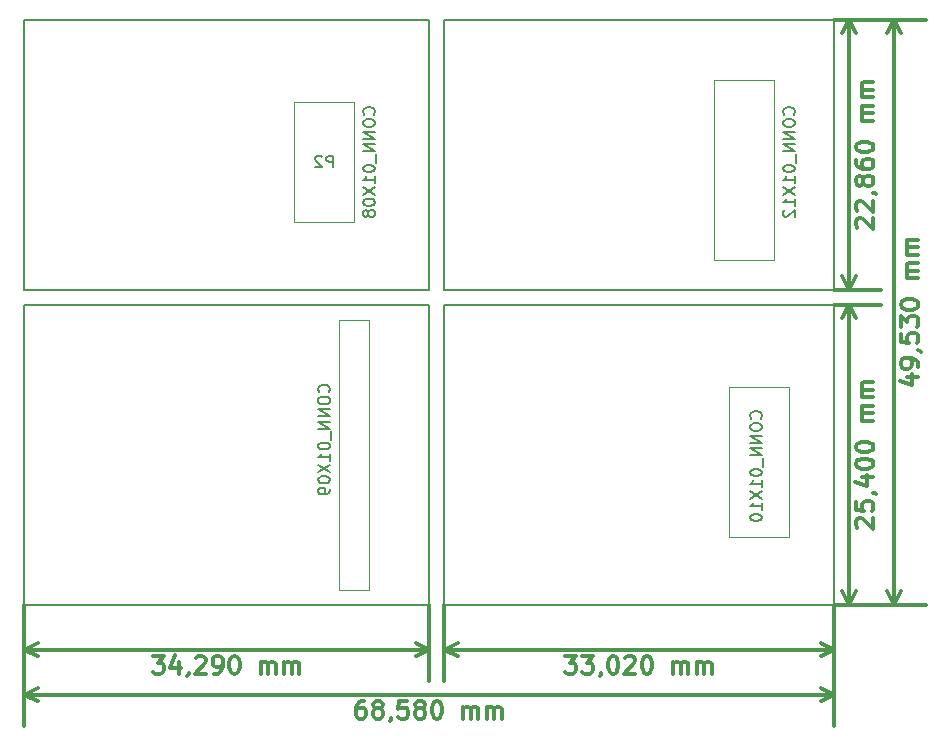
<source format=gbr>
G04 #@! TF.FileFunction,Other,Fab,Bot*
%FSLAX46Y46*%
G04 Gerber Fmt 4.6, Leading zero omitted, Abs format (unit mm)*
G04 Created by KiCad (PCBNEW 4.0.7) date 09/07/18 14:24:29*
%MOMM*%
%LPD*%
G01*
G04 APERTURE LIST*
%ADD10C,0.100000*%
%ADD11C,0.200000*%
%ADD12C,0.300000*%
%ADD13C,0.150000*%
G04 APERTURE END LIST*
D10*
D11*
X143510000Y-87630000D02*
X143510000Y-113030000D01*
X176530000Y-87630000D02*
X143510000Y-87630000D01*
X176530000Y-113030000D02*
X176530000Y-87630000D01*
X143510000Y-113030000D02*
X176530000Y-113030000D01*
X142240000Y-87630000D02*
X107950000Y-87630000D01*
X142240000Y-113030000D02*
X142240000Y-87630000D01*
X107950000Y-113030000D02*
X142240000Y-113030000D01*
X107950000Y-87630000D02*
X107950000Y-113030000D01*
X143510000Y-63500000D02*
X143510000Y-86360000D01*
X176530000Y-63500000D02*
X143510000Y-63500000D01*
X176530000Y-86360000D02*
X176530000Y-63500000D01*
X143510000Y-86360000D02*
X176530000Y-86360000D01*
X107950000Y-63500000D02*
X107950000Y-86360000D01*
X142240000Y-63500000D02*
X107950000Y-63500000D01*
X142240000Y-86360000D02*
X142240000Y-63500000D01*
X107950000Y-86360000D02*
X142240000Y-86360000D01*
D12*
X182638570Y-93764999D02*
X183638570Y-93764999D01*
X182067142Y-94122142D02*
X183138570Y-94479285D01*
X183138570Y-93550713D01*
X183638570Y-92907857D02*
X183638570Y-92622142D01*
X183567142Y-92479285D01*
X183495713Y-92407857D01*
X183281428Y-92264999D01*
X182995713Y-92193571D01*
X182424285Y-92193571D01*
X182281428Y-92264999D01*
X182209999Y-92336428D01*
X182138570Y-92479285D01*
X182138570Y-92764999D01*
X182209999Y-92907857D01*
X182281428Y-92979285D01*
X182424285Y-93050714D01*
X182781428Y-93050714D01*
X182924285Y-92979285D01*
X182995713Y-92907857D01*
X183067142Y-92764999D01*
X183067142Y-92479285D01*
X182995713Y-92336428D01*
X182924285Y-92264999D01*
X182781428Y-92193571D01*
X183567142Y-91479286D02*
X183638570Y-91479286D01*
X183781428Y-91550714D01*
X183852856Y-91622143D01*
X182138570Y-90122142D02*
X182138570Y-90836428D01*
X182852856Y-90907857D01*
X182781428Y-90836428D01*
X182709999Y-90693571D01*
X182709999Y-90336428D01*
X182781428Y-90193571D01*
X182852856Y-90122142D01*
X182995713Y-90050714D01*
X183352856Y-90050714D01*
X183495713Y-90122142D01*
X183567142Y-90193571D01*
X183638570Y-90336428D01*
X183638570Y-90693571D01*
X183567142Y-90836428D01*
X183495713Y-90907857D01*
X182138570Y-89550714D02*
X182138570Y-88622143D01*
X182709999Y-89122143D01*
X182709999Y-88907857D01*
X182781428Y-88765000D01*
X182852856Y-88693571D01*
X182995713Y-88622143D01*
X183352856Y-88622143D01*
X183495713Y-88693571D01*
X183567142Y-88765000D01*
X183638570Y-88907857D01*
X183638570Y-89336429D01*
X183567142Y-89479286D01*
X183495713Y-89550714D01*
X182138570Y-87693572D02*
X182138570Y-87550715D01*
X182209999Y-87407858D01*
X182281428Y-87336429D01*
X182424285Y-87265000D01*
X182709999Y-87193572D01*
X183067142Y-87193572D01*
X183352856Y-87265000D01*
X183495713Y-87336429D01*
X183567142Y-87407858D01*
X183638570Y-87550715D01*
X183638570Y-87693572D01*
X183567142Y-87836429D01*
X183495713Y-87907858D01*
X183352856Y-87979286D01*
X183067142Y-88050715D01*
X182709999Y-88050715D01*
X182424285Y-87979286D01*
X182281428Y-87907858D01*
X182209999Y-87836429D01*
X182138570Y-87693572D01*
X183638570Y-85407858D02*
X182638570Y-85407858D01*
X182781428Y-85407858D02*
X182709999Y-85336430D01*
X182638570Y-85193572D01*
X182638570Y-84979287D01*
X182709999Y-84836430D01*
X182852856Y-84765001D01*
X183638570Y-84765001D01*
X182852856Y-84765001D02*
X182709999Y-84693572D01*
X182638570Y-84550715D01*
X182638570Y-84336430D01*
X182709999Y-84193572D01*
X182852856Y-84122144D01*
X183638570Y-84122144D01*
X183638570Y-83407858D02*
X182638570Y-83407858D01*
X182781428Y-83407858D02*
X182709999Y-83336430D01*
X182638570Y-83193572D01*
X182638570Y-82979287D01*
X182709999Y-82836430D01*
X182852856Y-82765001D01*
X183638570Y-82765001D01*
X182852856Y-82765001D02*
X182709999Y-82693572D01*
X182638570Y-82550715D01*
X182638570Y-82336430D01*
X182709999Y-82193572D01*
X182852856Y-82122144D01*
X183638570Y-82122144D01*
X181609999Y-113030000D02*
X181609999Y-63500000D01*
X176530000Y-113030000D02*
X184309999Y-113030000D01*
X176530000Y-63500000D02*
X184309999Y-63500000D01*
X181609999Y-63500000D02*
X182196420Y-64626504D01*
X181609999Y-63500000D02*
X181023578Y-64626504D01*
X181609999Y-113030000D02*
X182196420Y-111903496D01*
X181609999Y-113030000D02*
X181023578Y-111903496D01*
X178471428Y-106544285D02*
X178399999Y-106472856D01*
X178328570Y-106329999D01*
X178328570Y-105972856D01*
X178399999Y-105829999D01*
X178471428Y-105758570D01*
X178614285Y-105687142D01*
X178757142Y-105687142D01*
X178971428Y-105758570D01*
X179828570Y-106615713D01*
X179828570Y-105687142D01*
X178328570Y-104329999D02*
X178328570Y-105044285D01*
X179042856Y-105115714D01*
X178971428Y-105044285D01*
X178899999Y-104901428D01*
X178899999Y-104544285D01*
X178971428Y-104401428D01*
X179042856Y-104329999D01*
X179185713Y-104258571D01*
X179542856Y-104258571D01*
X179685713Y-104329999D01*
X179757142Y-104401428D01*
X179828570Y-104544285D01*
X179828570Y-104901428D01*
X179757142Y-105044285D01*
X179685713Y-105115714D01*
X179757142Y-103544286D02*
X179828570Y-103544286D01*
X179971428Y-103615714D01*
X180042856Y-103687143D01*
X178828570Y-102258571D02*
X179828570Y-102258571D01*
X178257142Y-102615714D02*
X179328570Y-102972857D01*
X179328570Y-102044285D01*
X178328570Y-101187143D02*
X178328570Y-101044286D01*
X178399999Y-100901429D01*
X178471428Y-100830000D01*
X178614285Y-100758571D01*
X178899999Y-100687143D01*
X179257142Y-100687143D01*
X179542856Y-100758571D01*
X179685713Y-100830000D01*
X179757142Y-100901429D01*
X179828570Y-101044286D01*
X179828570Y-101187143D01*
X179757142Y-101330000D01*
X179685713Y-101401429D01*
X179542856Y-101472857D01*
X179257142Y-101544286D01*
X178899999Y-101544286D01*
X178614285Y-101472857D01*
X178471428Y-101401429D01*
X178399999Y-101330000D01*
X178328570Y-101187143D01*
X178328570Y-99758572D02*
X178328570Y-99615715D01*
X178399999Y-99472858D01*
X178471428Y-99401429D01*
X178614285Y-99330000D01*
X178899999Y-99258572D01*
X179257142Y-99258572D01*
X179542856Y-99330000D01*
X179685713Y-99401429D01*
X179757142Y-99472858D01*
X179828570Y-99615715D01*
X179828570Y-99758572D01*
X179757142Y-99901429D01*
X179685713Y-99972858D01*
X179542856Y-100044286D01*
X179257142Y-100115715D01*
X178899999Y-100115715D01*
X178614285Y-100044286D01*
X178471428Y-99972858D01*
X178399999Y-99901429D01*
X178328570Y-99758572D01*
X179828570Y-97472858D02*
X178828570Y-97472858D01*
X178971428Y-97472858D02*
X178899999Y-97401430D01*
X178828570Y-97258572D01*
X178828570Y-97044287D01*
X178899999Y-96901430D01*
X179042856Y-96830001D01*
X179828570Y-96830001D01*
X179042856Y-96830001D02*
X178899999Y-96758572D01*
X178828570Y-96615715D01*
X178828570Y-96401430D01*
X178899999Y-96258572D01*
X179042856Y-96187144D01*
X179828570Y-96187144D01*
X179828570Y-95472858D02*
X178828570Y-95472858D01*
X178971428Y-95472858D02*
X178899999Y-95401430D01*
X178828570Y-95258572D01*
X178828570Y-95044287D01*
X178899999Y-94901430D01*
X179042856Y-94830001D01*
X179828570Y-94830001D01*
X179042856Y-94830001D02*
X178899999Y-94758572D01*
X178828570Y-94615715D01*
X178828570Y-94401430D01*
X178899999Y-94258572D01*
X179042856Y-94187144D01*
X179828570Y-94187144D01*
X177799999Y-113030000D02*
X177799999Y-87630000D01*
X176530000Y-113030000D02*
X180499999Y-113030000D01*
X176530000Y-87630000D02*
X180499999Y-87630000D01*
X177799999Y-87630000D02*
X178386420Y-88756504D01*
X177799999Y-87630000D02*
X177213578Y-88756504D01*
X177799999Y-113030000D02*
X178386420Y-111903496D01*
X177799999Y-113030000D02*
X177213578Y-111903496D01*
X178471428Y-81144285D02*
X178399999Y-81072856D01*
X178328570Y-80929999D01*
X178328570Y-80572856D01*
X178399999Y-80429999D01*
X178471428Y-80358570D01*
X178614285Y-80287142D01*
X178757142Y-80287142D01*
X178971428Y-80358570D01*
X179828570Y-81215713D01*
X179828570Y-80287142D01*
X178471428Y-79715714D02*
X178399999Y-79644285D01*
X178328570Y-79501428D01*
X178328570Y-79144285D01*
X178399999Y-79001428D01*
X178471428Y-78929999D01*
X178614285Y-78858571D01*
X178757142Y-78858571D01*
X178971428Y-78929999D01*
X179828570Y-79787142D01*
X179828570Y-78858571D01*
X179757142Y-78144286D02*
X179828570Y-78144286D01*
X179971428Y-78215714D01*
X180042856Y-78287143D01*
X178971428Y-77287142D02*
X178899999Y-77430000D01*
X178828570Y-77501428D01*
X178685713Y-77572857D01*
X178614285Y-77572857D01*
X178471428Y-77501428D01*
X178399999Y-77430000D01*
X178328570Y-77287142D01*
X178328570Y-77001428D01*
X178399999Y-76858571D01*
X178471428Y-76787142D01*
X178614285Y-76715714D01*
X178685713Y-76715714D01*
X178828570Y-76787142D01*
X178899999Y-76858571D01*
X178971428Y-77001428D01*
X178971428Y-77287142D01*
X179042856Y-77430000D01*
X179114285Y-77501428D01*
X179257142Y-77572857D01*
X179542856Y-77572857D01*
X179685713Y-77501428D01*
X179757142Y-77430000D01*
X179828570Y-77287142D01*
X179828570Y-77001428D01*
X179757142Y-76858571D01*
X179685713Y-76787142D01*
X179542856Y-76715714D01*
X179257142Y-76715714D01*
X179114285Y-76787142D01*
X179042856Y-76858571D01*
X178971428Y-77001428D01*
X178328570Y-75430000D02*
X178328570Y-75715714D01*
X178399999Y-75858571D01*
X178471428Y-75930000D01*
X178685713Y-76072857D01*
X178971428Y-76144286D01*
X179542856Y-76144286D01*
X179685713Y-76072857D01*
X179757142Y-76001429D01*
X179828570Y-75858571D01*
X179828570Y-75572857D01*
X179757142Y-75430000D01*
X179685713Y-75358571D01*
X179542856Y-75287143D01*
X179185713Y-75287143D01*
X179042856Y-75358571D01*
X178971428Y-75430000D01*
X178899999Y-75572857D01*
X178899999Y-75858571D01*
X178971428Y-76001429D01*
X179042856Y-76072857D01*
X179185713Y-76144286D01*
X178328570Y-74358572D02*
X178328570Y-74215715D01*
X178399999Y-74072858D01*
X178471428Y-74001429D01*
X178614285Y-73930000D01*
X178899999Y-73858572D01*
X179257142Y-73858572D01*
X179542856Y-73930000D01*
X179685713Y-74001429D01*
X179757142Y-74072858D01*
X179828570Y-74215715D01*
X179828570Y-74358572D01*
X179757142Y-74501429D01*
X179685713Y-74572858D01*
X179542856Y-74644286D01*
X179257142Y-74715715D01*
X178899999Y-74715715D01*
X178614285Y-74644286D01*
X178471428Y-74572858D01*
X178399999Y-74501429D01*
X178328570Y-74358572D01*
X179828570Y-72072858D02*
X178828570Y-72072858D01*
X178971428Y-72072858D02*
X178899999Y-72001430D01*
X178828570Y-71858572D01*
X178828570Y-71644287D01*
X178899999Y-71501430D01*
X179042856Y-71430001D01*
X179828570Y-71430001D01*
X179042856Y-71430001D02*
X178899999Y-71358572D01*
X178828570Y-71215715D01*
X178828570Y-71001430D01*
X178899999Y-70858572D01*
X179042856Y-70787144D01*
X179828570Y-70787144D01*
X179828570Y-70072858D02*
X178828570Y-70072858D01*
X178971428Y-70072858D02*
X178899999Y-70001430D01*
X178828570Y-69858572D01*
X178828570Y-69644287D01*
X178899999Y-69501430D01*
X179042856Y-69430001D01*
X179828570Y-69430001D01*
X179042856Y-69430001D02*
X178899999Y-69358572D01*
X178828570Y-69215715D01*
X178828570Y-69001430D01*
X178899999Y-68858572D01*
X179042856Y-68787144D01*
X179828570Y-68787144D01*
X177799999Y-86360000D02*
X177799999Y-63500000D01*
X176530000Y-86360000D02*
X180499999Y-86360000D01*
X176530000Y-63500000D02*
X180499999Y-63500000D01*
X177799999Y-63500000D02*
X178386420Y-64626504D01*
X177799999Y-63500000D02*
X177213578Y-64626504D01*
X177799999Y-86360000D02*
X178386420Y-85233496D01*
X177799999Y-86360000D02*
X177213578Y-85233496D01*
X153734287Y-117368570D02*
X154662858Y-117368570D01*
X154162858Y-117939999D01*
X154377144Y-117939999D01*
X154520001Y-118011428D01*
X154591430Y-118082856D01*
X154662858Y-118225713D01*
X154662858Y-118582856D01*
X154591430Y-118725713D01*
X154520001Y-118797142D01*
X154377144Y-118868570D01*
X153948572Y-118868570D01*
X153805715Y-118797142D01*
X153734287Y-118725713D01*
X155162858Y-117368570D02*
X156091429Y-117368570D01*
X155591429Y-117939999D01*
X155805715Y-117939999D01*
X155948572Y-118011428D01*
X156020001Y-118082856D01*
X156091429Y-118225713D01*
X156091429Y-118582856D01*
X156020001Y-118725713D01*
X155948572Y-118797142D01*
X155805715Y-118868570D01*
X155377143Y-118868570D01*
X155234286Y-118797142D01*
X155162858Y-118725713D01*
X156805714Y-118797142D02*
X156805714Y-118868570D01*
X156734286Y-119011428D01*
X156662857Y-119082856D01*
X157734286Y-117368570D02*
X157877143Y-117368570D01*
X158020000Y-117439999D01*
X158091429Y-117511428D01*
X158162858Y-117654285D01*
X158234286Y-117939999D01*
X158234286Y-118297142D01*
X158162858Y-118582856D01*
X158091429Y-118725713D01*
X158020000Y-118797142D01*
X157877143Y-118868570D01*
X157734286Y-118868570D01*
X157591429Y-118797142D01*
X157520000Y-118725713D01*
X157448572Y-118582856D01*
X157377143Y-118297142D01*
X157377143Y-117939999D01*
X157448572Y-117654285D01*
X157520000Y-117511428D01*
X157591429Y-117439999D01*
X157734286Y-117368570D01*
X158805714Y-117511428D02*
X158877143Y-117439999D01*
X159020000Y-117368570D01*
X159377143Y-117368570D01*
X159520000Y-117439999D01*
X159591429Y-117511428D01*
X159662857Y-117654285D01*
X159662857Y-117797142D01*
X159591429Y-118011428D01*
X158734286Y-118868570D01*
X159662857Y-118868570D01*
X160591428Y-117368570D02*
X160734285Y-117368570D01*
X160877142Y-117439999D01*
X160948571Y-117511428D01*
X161020000Y-117654285D01*
X161091428Y-117939999D01*
X161091428Y-118297142D01*
X161020000Y-118582856D01*
X160948571Y-118725713D01*
X160877142Y-118797142D01*
X160734285Y-118868570D01*
X160591428Y-118868570D01*
X160448571Y-118797142D01*
X160377142Y-118725713D01*
X160305714Y-118582856D01*
X160234285Y-118297142D01*
X160234285Y-117939999D01*
X160305714Y-117654285D01*
X160377142Y-117511428D01*
X160448571Y-117439999D01*
X160591428Y-117368570D01*
X162877142Y-118868570D02*
X162877142Y-117868570D01*
X162877142Y-118011428D02*
X162948570Y-117939999D01*
X163091428Y-117868570D01*
X163305713Y-117868570D01*
X163448570Y-117939999D01*
X163519999Y-118082856D01*
X163519999Y-118868570D01*
X163519999Y-118082856D02*
X163591428Y-117939999D01*
X163734285Y-117868570D01*
X163948570Y-117868570D01*
X164091428Y-117939999D01*
X164162856Y-118082856D01*
X164162856Y-118868570D01*
X164877142Y-118868570D02*
X164877142Y-117868570D01*
X164877142Y-118011428D02*
X164948570Y-117939999D01*
X165091428Y-117868570D01*
X165305713Y-117868570D01*
X165448570Y-117939999D01*
X165519999Y-118082856D01*
X165519999Y-118868570D01*
X165519999Y-118082856D02*
X165591428Y-117939999D01*
X165734285Y-117868570D01*
X165948570Y-117868570D01*
X166091428Y-117939999D01*
X166162856Y-118082856D01*
X166162856Y-118868570D01*
X143510000Y-116839999D02*
X176530000Y-116839999D01*
X143510000Y-113030000D02*
X143510000Y-119539999D01*
X176530000Y-113030000D02*
X176530000Y-119539999D01*
X176530000Y-116839999D02*
X175403496Y-117426420D01*
X176530000Y-116839999D02*
X175403496Y-116253578D01*
X143510000Y-116839999D02*
X144636504Y-117426420D01*
X143510000Y-116839999D02*
X144636504Y-116253578D01*
X118809287Y-117368571D02*
X119737858Y-117368571D01*
X119237858Y-117940000D01*
X119452144Y-117940000D01*
X119595001Y-118011429D01*
X119666430Y-118082857D01*
X119737858Y-118225714D01*
X119737858Y-118582857D01*
X119666430Y-118725714D01*
X119595001Y-118797143D01*
X119452144Y-118868571D01*
X119023572Y-118868571D01*
X118880715Y-118797143D01*
X118809287Y-118725714D01*
X121023572Y-117868571D02*
X121023572Y-118868571D01*
X120666429Y-117297143D02*
X120309286Y-118368571D01*
X121237858Y-118368571D01*
X121880714Y-118797143D02*
X121880714Y-118868571D01*
X121809286Y-119011429D01*
X121737857Y-119082857D01*
X122452143Y-117511429D02*
X122523572Y-117440000D01*
X122666429Y-117368571D01*
X123023572Y-117368571D01*
X123166429Y-117440000D01*
X123237858Y-117511429D01*
X123309286Y-117654286D01*
X123309286Y-117797143D01*
X123237858Y-118011429D01*
X122380715Y-118868571D01*
X123309286Y-118868571D01*
X124023571Y-118868571D02*
X124309286Y-118868571D01*
X124452143Y-118797143D01*
X124523571Y-118725714D01*
X124666429Y-118511429D01*
X124737857Y-118225714D01*
X124737857Y-117654286D01*
X124666429Y-117511429D01*
X124595000Y-117440000D01*
X124452143Y-117368571D01*
X124166429Y-117368571D01*
X124023571Y-117440000D01*
X123952143Y-117511429D01*
X123880714Y-117654286D01*
X123880714Y-118011429D01*
X123952143Y-118154286D01*
X124023571Y-118225714D01*
X124166429Y-118297143D01*
X124452143Y-118297143D01*
X124595000Y-118225714D01*
X124666429Y-118154286D01*
X124737857Y-118011429D01*
X125666428Y-117368571D02*
X125809285Y-117368571D01*
X125952142Y-117440000D01*
X126023571Y-117511429D01*
X126095000Y-117654286D01*
X126166428Y-117940000D01*
X126166428Y-118297143D01*
X126095000Y-118582857D01*
X126023571Y-118725714D01*
X125952142Y-118797143D01*
X125809285Y-118868571D01*
X125666428Y-118868571D01*
X125523571Y-118797143D01*
X125452142Y-118725714D01*
X125380714Y-118582857D01*
X125309285Y-118297143D01*
X125309285Y-117940000D01*
X125380714Y-117654286D01*
X125452142Y-117511429D01*
X125523571Y-117440000D01*
X125666428Y-117368571D01*
X127952142Y-118868571D02*
X127952142Y-117868571D01*
X127952142Y-118011429D02*
X128023570Y-117940000D01*
X128166428Y-117868571D01*
X128380713Y-117868571D01*
X128523570Y-117940000D01*
X128594999Y-118082857D01*
X128594999Y-118868571D01*
X128594999Y-118082857D02*
X128666428Y-117940000D01*
X128809285Y-117868571D01*
X129023570Y-117868571D01*
X129166428Y-117940000D01*
X129237856Y-118082857D01*
X129237856Y-118868571D01*
X129952142Y-118868571D02*
X129952142Y-117868571D01*
X129952142Y-118011429D02*
X130023570Y-117940000D01*
X130166428Y-117868571D01*
X130380713Y-117868571D01*
X130523570Y-117940000D01*
X130594999Y-118082857D01*
X130594999Y-118868571D01*
X130594999Y-118082857D02*
X130666428Y-117940000D01*
X130809285Y-117868571D01*
X131023570Y-117868571D01*
X131166428Y-117940000D01*
X131237856Y-118082857D01*
X131237856Y-118868571D01*
X142240000Y-116840000D02*
X107950000Y-116840000D01*
X142240000Y-113030000D02*
X142240000Y-119540000D01*
X107950000Y-113030000D02*
X107950000Y-119540000D01*
X107950000Y-116840000D02*
X109076504Y-116253579D01*
X107950000Y-116840000D02*
X109076504Y-117426421D01*
X142240000Y-116840000D02*
X141113496Y-116253579D01*
X142240000Y-116840000D02*
X141113496Y-117426421D01*
X136740001Y-121178571D02*
X136454287Y-121178571D01*
X136311430Y-121250000D01*
X136240001Y-121321429D01*
X136097144Y-121535714D01*
X136025715Y-121821429D01*
X136025715Y-122392857D01*
X136097144Y-122535714D01*
X136168572Y-122607143D01*
X136311430Y-122678571D01*
X136597144Y-122678571D01*
X136740001Y-122607143D01*
X136811430Y-122535714D01*
X136882858Y-122392857D01*
X136882858Y-122035714D01*
X136811430Y-121892857D01*
X136740001Y-121821429D01*
X136597144Y-121750000D01*
X136311430Y-121750000D01*
X136168572Y-121821429D01*
X136097144Y-121892857D01*
X136025715Y-122035714D01*
X137740001Y-121821429D02*
X137597143Y-121750000D01*
X137525715Y-121678571D01*
X137454286Y-121535714D01*
X137454286Y-121464286D01*
X137525715Y-121321429D01*
X137597143Y-121250000D01*
X137740001Y-121178571D01*
X138025715Y-121178571D01*
X138168572Y-121250000D01*
X138240001Y-121321429D01*
X138311429Y-121464286D01*
X138311429Y-121535714D01*
X138240001Y-121678571D01*
X138168572Y-121750000D01*
X138025715Y-121821429D01*
X137740001Y-121821429D01*
X137597143Y-121892857D01*
X137525715Y-121964286D01*
X137454286Y-122107143D01*
X137454286Y-122392857D01*
X137525715Y-122535714D01*
X137597143Y-122607143D01*
X137740001Y-122678571D01*
X138025715Y-122678571D01*
X138168572Y-122607143D01*
X138240001Y-122535714D01*
X138311429Y-122392857D01*
X138311429Y-122107143D01*
X138240001Y-121964286D01*
X138168572Y-121892857D01*
X138025715Y-121821429D01*
X139025714Y-122607143D02*
X139025714Y-122678571D01*
X138954286Y-122821429D01*
X138882857Y-122892857D01*
X140382858Y-121178571D02*
X139668572Y-121178571D01*
X139597143Y-121892857D01*
X139668572Y-121821429D01*
X139811429Y-121750000D01*
X140168572Y-121750000D01*
X140311429Y-121821429D01*
X140382858Y-121892857D01*
X140454286Y-122035714D01*
X140454286Y-122392857D01*
X140382858Y-122535714D01*
X140311429Y-122607143D01*
X140168572Y-122678571D01*
X139811429Y-122678571D01*
X139668572Y-122607143D01*
X139597143Y-122535714D01*
X141311429Y-121821429D02*
X141168571Y-121750000D01*
X141097143Y-121678571D01*
X141025714Y-121535714D01*
X141025714Y-121464286D01*
X141097143Y-121321429D01*
X141168571Y-121250000D01*
X141311429Y-121178571D01*
X141597143Y-121178571D01*
X141740000Y-121250000D01*
X141811429Y-121321429D01*
X141882857Y-121464286D01*
X141882857Y-121535714D01*
X141811429Y-121678571D01*
X141740000Y-121750000D01*
X141597143Y-121821429D01*
X141311429Y-121821429D01*
X141168571Y-121892857D01*
X141097143Y-121964286D01*
X141025714Y-122107143D01*
X141025714Y-122392857D01*
X141097143Y-122535714D01*
X141168571Y-122607143D01*
X141311429Y-122678571D01*
X141597143Y-122678571D01*
X141740000Y-122607143D01*
X141811429Y-122535714D01*
X141882857Y-122392857D01*
X141882857Y-122107143D01*
X141811429Y-121964286D01*
X141740000Y-121892857D01*
X141597143Y-121821429D01*
X142811428Y-121178571D02*
X142954285Y-121178571D01*
X143097142Y-121250000D01*
X143168571Y-121321429D01*
X143240000Y-121464286D01*
X143311428Y-121750000D01*
X143311428Y-122107143D01*
X143240000Y-122392857D01*
X143168571Y-122535714D01*
X143097142Y-122607143D01*
X142954285Y-122678571D01*
X142811428Y-122678571D01*
X142668571Y-122607143D01*
X142597142Y-122535714D01*
X142525714Y-122392857D01*
X142454285Y-122107143D01*
X142454285Y-121750000D01*
X142525714Y-121464286D01*
X142597142Y-121321429D01*
X142668571Y-121250000D01*
X142811428Y-121178571D01*
X145097142Y-122678571D02*
X145097142Y-121678571D01*
X145097142Y-121821429D02*
X145168570Y-121750000D01*
X145311428Y-121678571D01*
X145525713Y-121678571D01*
X145668570Y-121750000D01*
X145739999Y-121892857D01*
X145739999Y-122678571D01*
X145739999Y-121892857D02*
X145811428Y-121750000D01*
X145954285Y-121678571D01*
X146168570Y-121678571D01*
X146311428Y-121750000D01*
X146382856Y-121892857D01*
X146382856Y-122678571D01*
X147097142Y-122678571D02*
X147097142Y-121678571D01*
X147097142Y-121821429D02*
X147168570Y-121750000D01*
X147311428Y-121678571D01*
X147525713Y-121678571D01*
X147668570Y-121750000D01*
X147739999Y-121892857D01*
X147739999Y-122678571D01*
X147739999Y-121892857D02*
X147811428Y-121750000D01*
X147954285Y-121678571D01*
X148168570Y-121678571D01*
X148311428Y-121750000D01*
X148382856Y-121892857D01*
X148382856Y-122678571D01*
X176530000Y-120650000D02*
X107950000Y-120650000D01*
X176530000Y-113030000D02*
X176530000Y-123350000D01*
X107950000Y-113030000D02*
X107950000Y-123350000D01*
X107950000Y-120650000D02*
X109076504Y-120063579D01*
X107950000Y-120650000D02*
X109076504Y-121236421D01*
X176530000Y-120650000D02*
X175403496Y-120063579D01*
X176530000Y-120650000D02*
X175403496Y-121236421D01*
D10*
X171450000Y-81280000D02*
X171450000Y-83820000D01*
X171450000Y-83820000D02*
X166370000Y-83820000D01*
X166370000Y-83820000D02*
X166370000Y-81280000D01*
X171450000Y-68580000D02*
X171450000Y-81280000D01*
X166370000Y-81280000D02*
X166370000Y-68580000D01*
X166370000Y-68580000D02*
X171450000Y-68580000D01*
X135890000Y-70485000D02*
X135890000Y-80645000D01*
X135890000Y-80645000D02*
X130810000Y-80645000D01*
X130810000Y-80645000D02*
X130810000Y-70485000D01*
X130810000Y-70485000D02*
X135890000Y-70485000D01*
X137160000Y-88900000D02*
X137160000Y-111760000D01*
X137160000Y-111760000D02*
X134620000Y-111760000D01*
X134620000Y-111760000D02*
X134620000Y-88900000D01*
X134620000Y-88900000D02*
X137160000Y-88900000D01*
X172720000Y-94615000D02*
X172720000Y-107315000D01*
X172720000Y-107315000D02*
X167640000Y-107315000D01*
X167640000Y-107315000D02*
X167640000Y-94615000D01*
X167640000Y-94615000D02*
X172720000Y-94615000D01*
D13*
X173077143Y-71541191D02*
X173124762Y-71493572D01*
X173172381Y-71350715D01*
X173172381Y-71255477D01*
X173124762Y-71112619D01*
X173029524Y-71017381D01*
X172934286Y-70969762D01*
X172743810Y-70922143D01*
X172600952Y-70922143D01*
X172410476Y-70969762D01*
X172315238Y-71017381D01*
X172220000Y-71112619D01*
X172172381Y-71255477D01*
X172172381Y-71350715D01*
X172220000Y-71493572D01*
X172267619Y-71541191D01*
X172172381Y-72160238D02*
X172172381Y-72350715D01*
X172220000Y-72445953D01*
X172315238Y-72541191D01*
X172505714Y-72588810D01*
X172839048Y-72588810D01*
X173029524Y-72541191D01*
X173124762Y-72445953D01*
X173172381Y-72350715D01*
X173172381Y-72160238D01*
X173124762Y-72065000D01*
X173029524Y-71969762D01*
X172839048Y-71922143D01*
X172505714Y-71922143D01*
X172315238Y-71969762D01*
X172220000Y-72065000D01*
X172172381Y-72160238D01*
X173172381Y-73017381D02*
X172172381Y-73017381D01*
X173172381Y-73588810D01*
X172172381Y-73588810D01*
X173172381Y-74065000D02*
X172172381Y-74065000D01*
X173172381Y-74636429D01*
X172172381Y-74636429D01*
X173267619Y-74874524D02*
X173267619Y-75636429D01*
X172172381Y-76065000D02*
X172172381Y-76160239D01*
X172220000Y-76255477D01*
X172267619Y-76303096D01*
X172362857Y-76350715D01*
X172553333Y-76398334D01*
X172791429Y-76398334D01*
X172981905Y-76350715D01*
X173077143Y-76303096D01*
X173124762Y-76255477D01*
X173172381Y-76160239D01*
X173172381Y-76065000D01*
X173124762Y-75969762D01*
X173077143Y-75922143D01*
X172981905Y-75874524D01*
X172791429Y-75826905D01*
X172553333Y-75826905D01*
X172362857Y-75874524D01*
X172267619Y-75922143D01*
X172220000Y-75969762D01*
X172172381Y-76065000D01*
X173172381Y-77350715D02*
X173172381Y-76779286D01*
X173172381Y-77065000D02*
X172172381Y-77065000D01*
X172315238Y-76969762D01*
X172410476Y-76874524D01*
X172458095Y-76779286D01*
X172172381Y-77684048D02*
X173172381Y-78350715D01*
X172172381Y-78350715D02*
X173172381Y-77684048D01*
X173172381Y-79255477D02*
X173172381Y-78684048D01*
X173172381Y-78969762D02*
X172172381Y-78969762D01*
X172315238Y-78874524D01*
X172410476Y-78779286D01*
X172458095Y-78684048D01*
X172267619Y-79636429D02*
X172220000Y-79684048D01*
X172172381Y-79779286D01*
X172172381Y-80017382D01*
X172220000Y-80112620D01*
X172267619Y-80160239D01*
X172362857Y-80207858D01*
X172458095Y-80207858D01*
X172600952Y-80160239D01*
X173172381Y-79588810D01*
X173172381Y-80207858D01*
X137517143Y-71541191D02*
X137564762Y-71493572D01*
X137612381Y-71350715D01*
X137612381Y-71255477D01*
X137564762Y-71112619D01*
X137469524Y-71017381D01*
X137374286Y-70969762D01*
X137183810Y-70922143D01*
X137040952Y-70922143D01*
X136850476Y-70969762D01*
X136755238Y-71017381D01*
X136660000Y-71112619D01*
X136612381Y-71255477D01*
X136612381Y-71350715D01*
X136660000Y-71493572D01*
X136707619Y-71541191D01*
X136612381Y-72160238D02*
X136612381Y-72350715D01*
X136660000Y-72445953D01*
X136755238Y-72541191D01*
X136945714Y-72588810D01*
X137279048Y-72588810D01*
X137469524Y-72541191D01*
X137564762Y-72445953D01*
X137612381Y-72350715D01*
X137612381Y-72160238D01*
X137564762Y-72065000D01*
X137469524Y-71969762D01*
X137279048Y-71922143D01*
X136945714Y-71922143D01*
X136755238Y-71969762D01*
X136660000Y-72065000D01*
X136612381Y-72160238D01*
X137612381Y-73017381D02*
X136612381Y-73017381D01*
X137612381Y-73588810D01*
X136612381Y-73588810D01*
X137612381Y-74065000D02*
X136612381Y-74065000D01*
X137612381Y-74636429D01*
X136612381Y-74636429D01*
X137707619Y-74874524D02*
X137707619Y-75636429D01*
X136612381Y-76065000D02*
X136612381Y-76160239D01*
X136660000Y-76255477D01*
X136707619Y-76303096D01*
X136802857Y-76350715D01*
X136993333Y-76398334D01*
X137231429Y-76398334D01*
X137421905Y-76350715D01*
X137517143Y-76303096D01*
X137564762Y-76255477D01*
X137612381Y-76160239D01*
X137612381Y-76065000D01*
X137564762Y-75969762D01*
X137517143Y-75922143D01*
X137421905Y-75874524D01*
X137231429Y-75826905D01*
X136993333Y-75826905D01*
X136802857Y-75874524D01*
X136707619Y-75922143D01*
X136660000Y-75969762D01*
X136612381Y-76065000D01*
X137612381Y-77350715D02*
X137612381Y-76779286D01*
X137612381Y-77065000D02*
X136612381Y-77065000D01*
X136755238Y-76969762D01*
X136850476Y-76874524D01*
X136898095Y-76779286D01*
X136612381Y-77684048D02*
X137612381Y-78350715D01*
X136612381Y-78350715D02*
X137612381Y-77684048D01*
X136612381Y-78922143D02*
X136612381Y-79017382D01*
X136660000Y-79112620D01*
X136707619Y-79160239D01*
X136802857Y-79207858D01*
X136993333Y-79255477D01*
X137231429Y-79255477D01*
X137421905Y-79207858D01*
X137517143Y-79160239D01*
X137564762Y-79112620D01*
X137612381Y-79017382D01*
X137612381Y-78922143D01*
X137564762Y-78826905D01*
X137517143Y-78779286D01*
X137421905Y-78731667D01*
X137231429Y-78684048D01*
X136993333Y-78684048D01*
X136802857Y-78731667D01*
X136707619Y-78779286D01*
X136660000Y-78826905D01*
X136612381Y-78922143D01*
X137040952Y-79826905D02*
X136993333Y-79731667D01*
X136945714Y-79684048D01*
X136850476Y-79636429D01*
X136802857Y-79636429D01*
X136707619Y-79684048D01*
X136660000Y-79731667D01*
X136612381Y-79826905D01*
X136612381Y-80017382D01*
X136660000Y-80112620D01*
X136707619Y-80160239D01*
X136802857Y-80207858D01*
X136850476Y-80207858D01*
X136945714Y-80160239D01*
X136993333Y-80112620D01*
X137040952Y-80017382D01*
X137040952Y-79826905D01*
X137088571Y-79731667D01*
X137136190Y-79684048D01*
X137231429Y-79636429D01*
X137421905Y-79636429D01*
X137517143Y-79684048D01*
X137564762Y-79731667D01*
X137612381Y-79826905D01*
X137612381Y-80017382D01*
X137564762Y-80112620D01*
X137517143Y-80160239D01*
X137421905Y-80207858D01*
X137231429Y-80207858D01*
X137136190Y-80160239D01*
X137088571Y-80112620D01*
X137040952Y-80017382D01*
X134088095Y-76017381D02*
X134088095Y-75017381D01*
X133707142Y-75017381D01*
X133611904Y-75065000D01*
X133564285Y-75112619D01*
X133516666Y-75207857D01*
X133516666Y-75350714D01*
X133564285Y-75445952D01*
X133611904Y-75493571D01*
X133707142Y-75541190D01*
X134088095Y-75541190D01*
X133135714Y-75112619D02*
X133088095Y-75065000D01*
X132992857Y-75017381D01*
X132754761Y-75017381D01*
X132659523Y-75065000D01*
X132611904Y-75112619D01*
X132564285Y-75207857D01*
X132564285Y-75303095D01*
X132611904Y-75445952D01*
X133183333Y-76017381D01*
X132564285Y-76017381D01*
X133707143Y-95036191D02*
X133754762Y-94988572D01*
X133802381Y-94845715D01*
X133802381Y-94750477D01*
X133754762Y-94607619D01*
X133659524Y-94512381D01*
X133564286Y-94464762D01*
X133373810Y-94417143D01*
X133230952Y-94417143D01*
X133040476Y-94464762D01*
X132945238Y-94512381D01*
X132850000Y-94607619D01*
X132802381Y-94750477D01*
X132802381Y-94845715D01*
X132850000Y-94988572D01*
X132897619Y-95036191D01*
X132802381Y-95655238D02*
X132802381Y-95845715D01*
X132850000Y-95940953D01*
X132945238Y-96036191D01*
X133135714Y-96083810D01*
X133469048Y-96083810D01*
X133659524Y-96036191D01*
X133754762Y-95940953D01*
X133802381Y-95845715D01*
X133802381Y-95655238D01*
X133754762Y-95560000D01*
X133659524Y-95464762D01*
X133469048Y-95417143D01*
X133135714Y-95417143D01*
X132945238Y-95464762D01*
X132850000Y-95560000D01*
X132802381Y-95655238D01*
X133802381Y-96512381D02*
X132802381Y-96512381D01*
X133802381Y-97083810D01*
X132802381Y-97083810D01*
X133802381Y-97560000D02*
X132802381Y-97560000D01*
X133802381Y-98131429D01*
X132802381Y-98131429D01*
X133897619Y-98369524D02*
X133897619Y-99131429D01*
X132802381Y-99560000D02*
X132802381Y-99655239D01*
X132850000Y-99750477D01*
X132897619Y-99798096D01*
X132992857Y-99845715D01*
X133183333Y-99893334D01*
X133421429Y-99893334D01*
X133611905Y-99845715D01*
X133707143Y-99798096D01*
X133754762Y-99750477D01*
X133802381Y-99655239D01*
X133802381Y-99560000D01*
X133754762Y-99464762D01*
X133707143Y-99417143D01*
X133611905Y-99369524D01*
X133421429Y-99321905D01*
X133183333Y-99321905D01*
X132992857Y-99369524D01*
X132897619Y-99417143D01*
X132850000Y-99464762D01*
X132802381Y-99560000D01*
X133802381Y-100845715D02*
X133802381Y-100274286D01*
X133802381Y-100560000D02*
X132802381Y-100560000D01*
X132945238Y-100464762D01*
X133040476Y-100369524D01*
X133088095Y-100274286D01*
X132802381Y-101179048D02*
X133802381Y-101845715D01*
X132802381Y-101845715D02*
X133802381Y-101179048D01*
X132802381Y-102417143D02*
X132802381Y-102512382D01*
X132850000Y-102607620D01*
X132897619Y-102655239D01*
X132992857Y-102702858D01*
X133183333Y-102750477D01*
X133421429Y-102750477D01*
X133611905Y-102702858D01*
X133707143Y-102655239D01*
X133754762Y-102607620D01*
X133802381Y-102512382D01*
X133802381Y-102417143D01*
X133754762Y-102321905D01*
X133707143Y-102274286D01*
X133611905Y-102226667D01*
X133421429Y-102179048D01*
X133183333Y-102179048D01*
X132992857Y-102226667D01*
X132897619Y-102274286D01*
X132850000Y-102321905D01*
X132802381Y-102417143D01*
X133802381Y-103226667D02*
X133802381Y-103417143D01*
X133754762Y-103512382D01*
X133707143Y-103560001D01*
X133564286Y-103655239D01*
X133373810Y-103702858D01*
X132992857Y-103702858D01*
X132897619Y-103655239D01*
X132850000Y-103607620D01*
X132802381Y-103512382D01*
X132802381Y-103321905D01*
X132850000Y-103226667D01*
X132897619Y-103179048D01*
X132992857Y-103131429D01*
X133230952Y-103131429D01*
X133326190Y-103179048D01*
X133373810Y-103226667D01*
X133421429Y-103321905D01*
X133421429Y-103512382D01*
X133373810Y-103607620D01*
X133326190Y-103655239D01*
X133230952Y-103702858D01*
X170298383Y-97276471D02*
X170346002Y-97228852D01*
X170393621Y-97085995D01*
X170393621Y-96990757D01*
X170346002Y-96847899D01*
X170250764Y-96752661D01*
X170155526Y-96705042D01*
X169965050Y-96657423D01*
X169822192Y-96657423D01*
X169631716Y-96705042D01*
X169536478Y-96752661D01*
X169441240Y-96847899D01*
X169393621Y-96990757D01*
X169393621Y-97085995D01*
X169441240Y-97228852D01*
X169488859Y-97276471D01*
X169393621Y-97895518D02*
X169393621Y-98085995D01*
X169441240Y-98181233D01*
X169536478Y-98276471D01*
X169726954Y-98324090D01*
X170060288Y-98324090D01*
X170250764Y-98276471D01*
X170346002Y-98181233D01*
X170393621Y-98085995D01*
X170393621Y-97895518D01*
X170346002Y-97800280D01*
X170250764Y-97705042D01*
X170060288Y-97657423D01*
X169726954Y-97657423D01*
X169536478Y-97705042D01*
X169441240Y-97800280D01*
X169393621Y-97895518D01*
X170393621Y-98752661D02*
X169393621Y-98752661D01*
X170393621Y-99324090D01*
X169393621Y-99324090D01*
X170393621Y-99800280D02*
X169393621Y-99800280D01*
X170393621Y-100371709D01*
X169393621Y-100371709D01*
X170488859Y-100609804D02*
X170488859Y-101371709D01*
X169393621Y-101800280D02*
X169393621Y-101895519D01*
X169441240Y-101990757D01*
X169488859Y-102038376D01*
X169584097Y-102085995D01*
X169774573Y-102133614D01*
X170012669Y-102133614D01*
X170203145Y-102085995D01*
X170298383Y-102038376D01*
X170346002Y-101990757D01*
X170393621Y-101895519D01*
X170393621Y-101800280D01*
X170346002Y-101705042D01*
X170298383Y-101657423D01*
X170203145Y-101609804D01*
X170012669Y-101562185D01*
X169774573Y-101562185D01*
X169584097Y-101609804D01*
X169488859Y-101657423D01*
X169441240Y-101705042D01*
X169393621Y-101800280D01*
X170393621Y-103085995D02*
X170393621Y-102514566D01*
X170393621Y-102800280D02*
X169393621Y-102800280D01*
X169536478Y-102705042D01*
X169631716Y-102609804D01*
X169679335Y-102514566D01*
X169393621Y-103419328D02*
X170393621Y-104085995D01*
X169393621Y-104085995D02*
X170393621Y-103419328D01*
X170393621Y-104990757D02*
X170393621Y-104419328D01*
X170393621Y-104705042D02*
X169393621Y-104705042D01*
X169536478Y-104609804D01*
X169631716Y-104514566D01*
X169679335Y-104419328D01*
X169393621Y-105609804D02*
X169393621Y-105705043D01*
X169441240Y-105800281D01*
X169488859Y-105847900D01*
X169584097Y-105895519D01*
X169774573Y-105943138D01*
X170012669Y-105943138D01*
X170203145Y-105895519D01*
X170298383Y-105847900D01*
X170346002Y-105800281D01*
X170393621Y-105705043D01*
X170393621Y-105609804D01*
X170346002Y-105514566D01*
X170298383Y-105466947D01*
X170203145Y-105419328D01*
X170012669Y-105371709D01*
X169774573Y-105371709D01*
X169584097Y-105419328D01*
X169488859Y-105466947D01*
X169441240Y-105514566D01*
X169393621Y-105609804D01*
M02*

</source>
